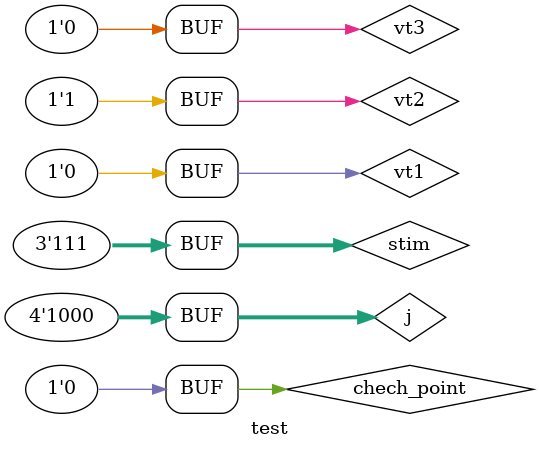
<source format=v>
module test;
parameter delay= 6;
parameter truth_table1 =8 'b 00111001;  
parameter truth_table2 =8 'b 10110010;  
parameter truth_table3 =8 'b 01011100;  
wire  z_0,z_1,z_2;
reg [2:0] stim;
reg [3:0] j;
reg  chech_point,error;
wire vt;
initial begin// stimulator 
chech_point=0;
 for (j=0; j<=7;j=j+1) begin
#10 ; 
       stim=j;

 chech_point= # delay 1;
     #3 ;
    chech_point=0;  
                    end
end

 assign  vt1 =truth_table1[stim] ;
 assign  vt2 =truth_table2[stim] ;
 assign  vt3 =truth_table3[stim] ;
complex 
m1 (.x_in(stim),.z_0(z_0),.z_1(z_1),.z_2(z_2));

always @ (posedge chech_point) //tester
      begin 
       error = z_0== vt1 ?  0:1;
       error = z_1== vt2 ?  0:1;
       error = z_2== vt3 ?  0:1;
	  end
                   
endmodule 

</source>
